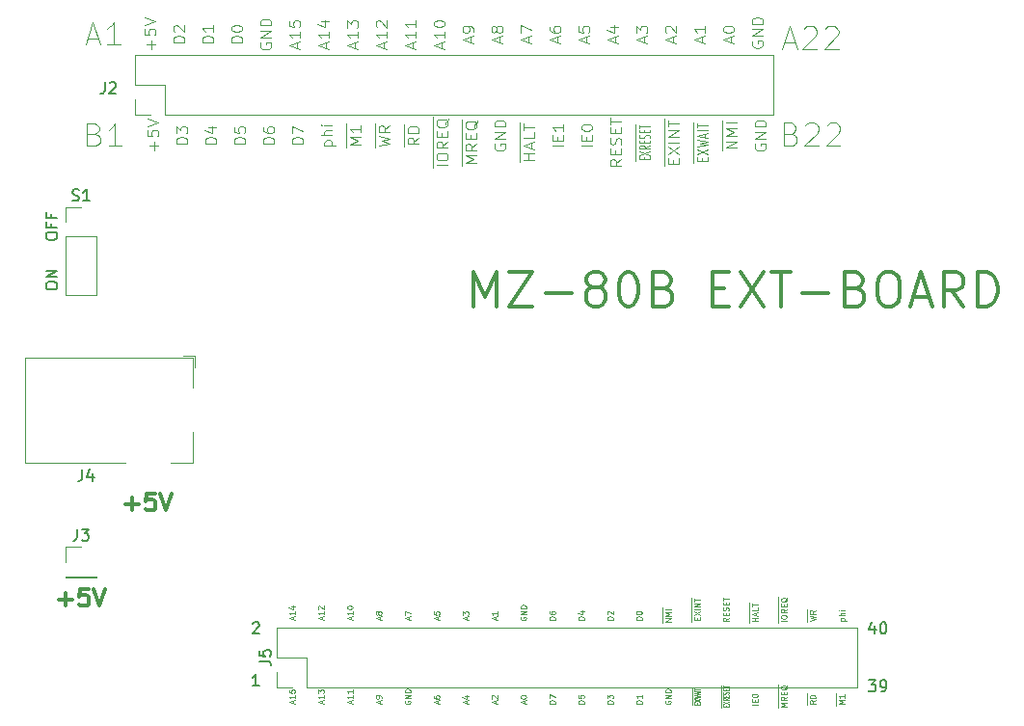
<source format=gto>
G04 #@! TF.GenerationSoftware,KiCad,Pcbnew,(5.1.9)-1*
G04 #@! TF.CreationDate,2022-09-16T10:06:17+09:00*
G04 #@! TF.ProjectId,mz-80b,6d7a2d38-3062-42e6-9b69-6361645f7063,rev?*
G04 #@! TF.SameCoordinates,PX2faf080PY93d1cc0*
G04 #@! TF.FileFunction,Legend,Top*
G04 #@! TF.FilePolarity,Positive*
%FSLAX46Y46*%
G04 Gerber Fmt 4.6, Leading zero omitted, Abs format (unit mm)*
G04 Created by KiCad (PCBNEW (5.1.9)-1) date 2022-09-16 10:06:17*
%MOMM*%
%LPD*%
G01*
G04 APERTURE LIST*
%ADD10C,0.150000*%
%ADD11C,0.300000*%
%ADD12C,0.100000*%
%ADD13C,0.030000*%
%ADD14C,0.120000*%
G04 APERTURE END LIST*
D10*
X1992380Y36862143D02*
X1992380Y37052620D01*
X2040000Y37147858D01*
X2135238Y37243096D01*
X2325714Y37290715D01*
X2659047Y37290715D01*
X2849523Y37243096D01*
X2944761Y37147858D01*
X2992380Y37052620D01*
X2992380Y36862143D01*
X2944761Y36766905D01*
X2849523Y36671667D01*
X2659047Y36624048D01*
X2325714Y36624048D01*
X2135238Y36671667D01*
X2040000Y36766905D01*
X1992380Y36862143D01*
X2992380Y37719286D02*
X1992380Y37719286D01*
X2992380Y38290715D01*
X1992380Y38290715D01*
X1992380Y41243096D02*
X1992380Y41433572D01*
X2040000Y41528810D01*
X2135238Y41624048D01*
X2325714Y41671667D01*
X2659047Y41671667D01*
X2849523Y41624048D01*
X2944761Y41528810D01*
X2992380Y41433572D01*
X2992380Y41243096D01*
X2944761Y41147858D01*
X2849523Y41052620D01*
X2659047Y41005000D01*
X2325714Y41005000D01*
X2135238Y41052620D01*
X2040000Y41147858D01*
X1992380Y41243096D01*
X2468571Y42433572D02*
X2468571Y42100239D01*
X2992380Y42100239D02*
X1992380Y42100239D01*
X1992380Y42576429D01*
X2468571Y43290715D02*
X2468571Y42957381D01*
X2992380Y42957381D02*
X1992380Y42957381D01*
X1992380Y43433572D01*
D11*
X3151428Y9417858D02*
X4294285Y9417858D01*
X3722857Y8846429D02*
X3722857Y9989286D01*
X5722857Y10346429D02*
X5008571Y10346429D01*
X4937142Y9632143D01*
X5008571Y9703572D01*
X5151428Y9775000D01*
X5508571Y9775000D01*
X5651428Y9703572D01*
X5722857Y9632143D01*
X5794285Y9489286D01*
X5794285Y9132143D01*
X5722857Y8989286D01*
X5651428Y8917858D01*
X5508571Y8846429D01*
X5151428Y8846429D01*
X5008571Y8917858D01*
X4937142Y8989286D01*
X6222857Y10346429D02*
X6722857Y8846429D01*
X7222857Y10346429D01*
D12*
X71774857Y7548620D02*
X72274857Y7548620D01*
X71798666Y7548620D02*
X71774857Y7596239D01*
X71774857Y7691477D01*
X71798666Y7739096D01*
X71822476Y7762905D01*
X71870095Y7786715D01*
X72012952Y7786715D01*
X72060571Y7762905D01*
X72084380Y7739096D01*
X72108190Y7691477D01*
X72108190Y7596239D01*
X72084380Y7548620D01*
X72108190Y8001000D02*
X71608190Y8001000D01*
X72108190Y8215286D02*
X71846285Y8215286D01*
X71798666Y8191477D01*
X71774857Y8143858D01*
X71774857Y8072429D01*
X71798666Y8024810D01*
X71822476Y8001000D01*
X72108190Y8453381D02*
X71774857Y8453381D01*
X71608190Y8453381D02*
X71632000Y8429572D01*
X71655809Y8453381D01*
X71632000Y8477191D01*
X71608190Y8453381D01*
X71655809Y8453381D01*
X26455714Y49260239D02*
X27455714Y49260239D01*
X26503333Y49260239D02*
X26455714Y49355477D01*
X26455714Y49545953D01*
X26503333Y49641191D01*
X26550952Y49688810D01*
X26646190Y49736429D01*
X26931904Y49736429D01*
X27027142Y49688810D01*
X27074761Y49641191D01*
X27122380Y49545953D01*
X27122380Y49355477D01*
X27074761Y49260239D01*
X27122380Y50165000D02*
X26122380Y50165000D01*
X27122380Y50593572D02*
X26598571Y50593572D01*
X26503333Y50545953D01*
X26455714Y50450715D01*
X26455714Y50307858D01*
X26503333Y50212620D01*
X26550952Y50165000D01*
X27122380Y51069762D02*
X26455714Y51069762D01*
X26122380Y51069762D02*
X26170000Y51022143D01*
X26217619Y51069762D01*
X26170000Y51117381D01*
X26122380Y51069762D01*
X26217619Y51069762D01*
D10*
X74771285Y7072286D02*
X74771285Y6405620D01*
X74533190Y7453239D02*
X74295095Y6738953D01*
X74914142Y6738953D01*
X75485571Y7405620D02*
X75580809Y7405620D01*
X75676047Y7358000D01*
X75723666Y7310381D01*
X75771285Y7215143D01*
X75818904Y7024667D01*
X75818904Y6786572D01*
X75771285Y6596096D01*
X75723666Y6500858D01*
X75676047Y6453239D01*
X75580809Y6405620D01*
X75485571Y6405620D01*
X75390333Y6453239D01*
X75342714Y6500858D01*
X75295095Y6596096D01*
X75247476Y6786572D01*
X75247476Y7024667D01*
X75295095Y7215143D01*
X75342714Y7310381D01*
X75390333Y7358000D01*
X75485571Y7405620D01*
X74247476Y2325620D02*
X74866523Y2325620D01*
X74533190Y1944667D01*
X74676047Y1944667D01*
X74771285Y1897048D01*
X74818904Y1849429D01*
X74866523Y1754191D01*
X74866523Y1516096D01*
X74818904Y1420858D01*
X74771285Y1373239D01*
X74676047Y1325620D01*
X74390333Y1325620D01*
X74295095Y1373239D01*
X74247476Y1420858D01*
X75342714Y1325620D02*
X75533190Y1325620D01*
X75628428Y1373239D01*
X75676047Y1420858D01*
X75771285Y1563715D01*
X75818904Y1754191D01*
X75818904Y2135143D01*
X75771285Y2230381D01*
X75723666Y2278000D01*
X75628428Y2325620D01*
X75437952Y2325620D01*
X75342714Y2278000D01*
X75295095Y2230381D01*
X75247476Y2135143D01*
X75247476Y1897048D01*
X75295095Y1801810D01*
X75342714Y1754191D01*
X75437952Y1706572D01*
X75628428Y1706572D01*
X75723666Y1754191D01*
X75771285Y1801810D01*
X75818904Y1897048D01*
X20161285Y7310381D02*
X20208904Y7358000D01*
X20304142Y7405620D01*
X20542238Y7405620D01*
X20637476Y7358000D01*
X20685095Y7310381D01*
X20732714Y7215143D01*
X20732714Y7119905D01*
X20685095Y6977048D01*
X20113666Y6405620D01*
X20732714Y6405620D01*
X20732714Y1833620D02*
X20161285Y1833620D01*
X20447000Y1833620D02*
X20447000Y2833620D01*
X20351761Y2690762D01*
X20256523Y2595524D01*
X20161285Y2547905D01*
D11*
X8993428Y17799858D02*
X10136285Y17799858D01*
X9564857Y17228429D02*
X9564857Y18371286D01*
X11564857Y18728429D02*
X10850571Y18728429D01*
X10779142Y18014143D01*
X10850571Y18085572D01*
X10993428Y18157000D01*
X11350571Y18157000D01*
X11493428Y18085572D01*
X11564857Y18014143D01*
X11636285Y17871286D01*
X11636285Y17514143D01*
X11564857Y17371286D01*
X11493428Y17299858D01*
X11350571Y17228429D01*
X10993428Y17228429D01*
X10850571Y17299858D01*
X10779142Y17371286D01*
X12064857Y18728429D02*
X12564857Y17228429D01*
X13064857Y18728429D01*
D12*
X6273976Y50273358D02*
X6559690Y50178120D01*
X6654928Y50082881D01*
X6750166Y49892405D01*
X6750166Y49606691D01*
X6654928Y49416215D01*
X6559690Y49320977D01*
X6369214Y49225739D01*
X5607309Y49225739D01*
X5607309Y51225739D01*
X6273976Y51225739D01*
X6464452Y51130500D01*
X6559690Y51035262D01*
X6654928Y50844786D01*
X6654928Y50654310D01*
X6559690Y50463834D01*
X6464452Y50368596D01*
X6273976Y50273358D01*
X5607309Y50273358D01*
X8654928Y49225739D02*
X7512071Y49225739D01*
X8083500Y49225739D02*
X8083500Y51225739D01*
X7893023Y50940024D01*
X7702547Y50749548D01*
X7512071Y50654310D01*
X5654928Y58687167D02*
X6607309Y58687167D01*
X5464452Y58115739D02*
X6131119Y60115739D01*
X6797785Y58115739D01*
X8512071Y58115739D02*
X7369214Y58115739D01*
X7940642Y58115739D02*
X7940642Y60115739D01*
X7750166Y59830024D01*
X7559690Y59639548D01*
X7369214Y59544310D01*
X67453095Y50307858D02*
X67738809Y50212620D01*
X67834047Y50117381D01*
X67929285Y49926905D01*
X67929285Y49641191D01*
X67834047Y49450715D01*
X67738809Y49355477D01*
X67548333Y49260239D01*
X66786428Y49260239D01*
X66786428Y51260239D01*
X67453095Y51260239D01*
X67643571Y51165000D01*
X67738809Y51069762D01*
X67834047Y50879286D01*
X67834047Y50688810D01*
X67738809Y50498334D01*
X67643571Y50403096D01*
X67453095Y50307858D01*
X66786428Y50307858D01*
X68691190Y51069762D02*
X68786428Y51165000D01*
X68976904Y51260239D01*
X69453095Y51260239D01*
X69643571Y51165000D01*
X69738809Y51069762D01*
X69834047Y50879286D01*
X69834047Y50688810D01*
X69738809Y50403096D01*
X68595952Y49260239D01*
X69834047Y49260239D01*
X70595952Y51069762D02*
X70691190Y51165000D01*
X70881666Y51260239D01*
X71357857Y51260239D01*
X71548333Y51165000D01*
X71643571Y51069762D01*
X71738809Y50879286D01*
X71738809Y50688810D01*
X71643571Y50403096D01*
X70500714Y49260239D01*
X71738809Y49260239D01*
X66834047Y58306167D02*
X67786428Y58306167D01*
X66643571Y57734739D02*
X67310238Y59734739D01*
X67976904Y57734739D01*
X68548333Y59544262D02*
X68643571Y59639500D01*
X68834047Y59734739D01*
X69310238Y59734739D01*
X69500714Y59639500D01*
X69595952Y59544262D01*
X69691190Y59353786D01*
X69691190Y59163310D01*
X69595952Y58877596D01*
X68453095Y57734739D01*
X69691190Y57734739D01*
X70453095Y59544262D02*
X70548333Y59639500D01*
X70738809Y59734739D01*
X71215000Y59734739D01*
X71405476Y59639500D01*
X71500714Y59544262D01*
X71595952Y59353786D01*
X71595952Y59163310D01*
X71500714Y58877596D01*
X70357857Y57734739D01*
X71595952Y57734739D01*
X33532000Y508048D02*
X33508190Y460429D01*
X33508190Y389000D01*
X33532000Y317572D01*
X33579619Y269953D01*
X33627238Y246143D01*
X33722476Y222334D01*
X33793904Y222334D01*
X33889142Y246143D01*
X33936761Y269953D01*
X33984380Y317572D01*
X34008190Y389000D01*
X34008190Y436620D01*
X33984380Y508048D01*
X33960571Y531858D01*
X33793904Y531858D01*
X33793904Y436620D01*
X34008190Y746143D02*
X33508190Y746143D01*
X34008190Y1031858D01*
X33508190Y1031858D01*
X34008190Y1269953D02*
X33508190Y1269953D01*
X33508190Y1389000D01*
X33532000Y1460429D01*
X33579619Y1508048D01*
X33627238Y1531858D01*
X33722476Y1555667D01*
X33793904Y1555667D01*
X33889142Y1531858D01*
X33936761Y1508048D01*
X33984380Y1460429D01*
X34008190Y1389000D01*
X34008190Y1269953D01*
X71392000Y111191D02*
X71392000Y682620D01*
X72108190Y230239D02*
X71608190Y230239D01*
X71965333Y396905D01*
X71608190Y563572D01*
X72108190Y563572D01*
X71392000Y682620D02*
X71392000Y1158810D01*
X72108190Y1063572D02*
X72108190Y777858D01*
X72108190Y920715D02*
X71608190Y920715D01*
X71679619Y873096D01*
X71727238Y825477D01*
X71751047Y777858D01*
X46708190Y7631953D02*
X46208190Y7631953D01*
X46208190Y7751000D01*
X46232000Y7822429D01*
X46279619Y7870048D01*
X46327238Y7893858D01*
X46422476Y7917667D01*
X46493904Y7917667D01*
X46589142Y7893858D01*
X46636761Y7870048D01*
X46684380Y7822429D01*
X46708190Y7751000D01*
X46708190Y7631953D01*
X46208190Y8346239D02*
X46208190Y8251000D01*
X46232000Y8203381D01*
X46255809Y8179572D01*
X46327238Y8131953D01*
X46422476Y8108143D01*
X46612952Y8108143D01*
X46660571Y8131953D01*
X46684380Y8155762D01*
X46708190Y8203381D01*
X46708190Y8298620D01*
X46684380Y8346239D01*
X46660571Y8370048D01*
X46612952Y8393858D01*
X46493904Y8393858D01*
X46446285Y8370048D01*
X46422476Y8346239D01*
X46398666Y8298620D01*
X46398666Y8203381D01*
X46422476Y8155762D01*
X46446285Y8131953D01*
X46493904Y8108143D01*
X43692000Y7874048D02*
X43668190Y7826429D01*
X43668190Y7755000D01*
X43692000Y7683572D01*
X43739619Y7635953D01*
X43787238Y7612143D01*
X43882476Y7588334D01*
X43953904Y7588334D01*
X44049142Y7612143D01*
X44096761Y7635953D01*
X44144380Y7683572D01*
X44168190Y7755000D01*
X44168190Y7802620D01*
X44144380Y7874048D01*
X44120571Y7897858D01*
X43953904Y7897858D01*
X43953904Y7802620D01*
X44168190Y8112143D02*
X43668190Y8112143D01*
X44168190Y8397858D01*
X43668190Y8397858D01*
X44168190Y8635953D02*
X43668190Y8635953D01*
X43668190Y8755000D01*
X43692000Y8826429D01*
X43739619Y8874048D01*
X43787238Y8897858D01*
X43882476Y8921667D01*
X43953904Y8921667D01*
X44049142Y8897858D01*
X44096761Y8874048D01*
X44144380Y8826429D01*
X44168190Y8755000D01*
X44168190Y8635953D01*
D13*
X58783000Y124715D02*
X58783000Y396143D01*
X59146285Y196143D02*
X59146285Y296143D01*
X59408190Y339000D02*
X59408190Y196143D01*
X58908190Y196143D01*
X58908190Y339000D01*
X58783000Y396143D02*
X58783000Y681858D01*
X58908190Y439000D02*
X59408190Y639000D01*
X58908190Y639000D02*
X59408190Y439000D01*
X58783000Y681858D02*
X58783000Y1024715D01*
X58908190Y724715D02*
X59408190Y796143D01*
X59051047Y853286D01*
X59408190Y910429D01*
X58908190Y981858D01*
X58783000Y1024715D02*
X58783000Y1281858D01*
X59265333Y1081858D02*
X59265333Y1224715D01*
X59408190Y1053286D02*
X58908190Y1153286D01*
X59408190Y1253286D01*
X58783000Y1281858D02*
X58783000Y1424715D01*
X59408190Y1353286D02*
X58908190Y1353286D01*
X58783000Y1424715D02*
X58783000Y1653286D01*
X58908190Y1453286D02*
X58908190Y1624715D01*
X59408190Y1539000D02*
X58908190Y1539000D01*
D12*
X68852000Y7465286D02*
X68852000Y8036715D01*
X69068190Y7536715D02*
X69568190Y7655762D01*
X69211047Y7751000D01*
X69568190Y7846239D01*
X69068190Y7965286D01*
X68852000Y8036715D02*
X68852000Y8536715D01*
X69568190Y8441477D02*
X69330095Y8274810D01*
X69568190Y8155762D02*
X69068190Y8155762D01*
X69068190Y8346239D01*
X69092000Y8393858D01*
X69115809Y8417667D01*
X69163428Y8441477D01*
X69234857Y8441477D01*
X69282476Y8417667D01*
X69306285Y8393858D01*
X69330095Y8346239D01*
X69330095Y8155762D01*
X61948190Y7782810D02*
X61710095Y7616143D01*
X61948190Y7497096D02*
X61448190Y7497096D01*
X61448190Y7687572D01*
X61472000Y7735191D01*
X61495809Y7759000D01*
X61543428Y7782810D01*
X61614857Y7782810D01*
X61662476Y7759000D01*
X61686285Y7735191D01*
X61710095Y7687572D01*
X61710095Y7497096D01*
X61686285Y7997096D02*
X61686285Y8163762D01*
X61948190Y8235191D02*
X61948190Y7997096D01*
X61448190Y7997096D01*
X61448190Y8235191D01*
X61924380Y8425667D02*
X61948190Y8497096D01*
X61948190Y8616143D01*
X61924380Y8663762D01*
X61900571Y8687572D01*
X61852952Y8711381D01*
X61805333Y8711381D01*
X61757714Y8687572D01*
X61733904Y8663762D01*
X61710095Y8616143D01*
X61686285Y8520905D01*
X61662476Y8473286D01*
X61638666Y8449477D01*
X61591047Y8425667D01*
X61543428Y8425667D01*
X61495809Y8449477D01*
X61472000Y8473286D01*
X61448190Y8520905D01*
X61448190Y8639953D01*
X61472000Y8711381D01*
X61686285Y8925667D02*
X61686285Y9092334D01*
X61948190Y9163762D02*
X61948190Y8925667D01*
X61448190Y8925667D01*
X61448190Y9163762D01*
X61448190Y9306620D02*
X61448190Y9592334D01*
X61948190Y9449477D02*
X61448190Y9449477D01*
X58692000Y7473286D02*
X58692000Y7925667D01*
X59146285Y7592334D02*
X59146285Y7759000D01*
X59408190Y7830429D02*
X59408190Y7592334D01*
X58908190Y7592334D01*
X58908190Y7830429D01*
X58692000Y7925667D02*
X58692000Y8401858D01*
X58908190Y7997096D02*
X59408190Y8330429D01*
X58908190Y8330429D02*
X59408190Y7997096D01*
X58692000Y8401858D02*
X58692000Y8639953D01*
X59408190Y8520905D02*
X58908190Y8520905D01*
X58692000Y8639953D02*
X58692000Y9163762D01*
X59408190Y8759000D02*
X58908190Y8759000D01*
X59408190Y9044715D01*
X58908190Y9044715D01*
X58692000Y9163762D02*
X58692000Y9544715D01*
X58908190Y9211381D02*
X58908190Y9497096D01*
X59408190Y9354239D02*
X58908190Y9354239D01*
D13*
X61323000Y-68142D02*
X61323000Y203286D01*
X61686285Y3286D02*
X61686285Y103286D01*
X61948190Y146143D02*
X61948190Y3286D01*
X61448190Y3286D01*
X61448190Y146143D01*
X61323000Y203286D02*
X61323000Y489000D01*
X61448190Y246143D02*
X61948190Y446143D01*
X61448190Y446143D02*
X61948190Y246143D01*
X61323000Y489000D02*
X61323000Y789000D01*
X61948190Y731858D02*
X61710095Y631858D01*
X61948190Y560429D02*
X61448190Y560429D01*
X61448190Y674715D01*
X61472000Y703286D01*
X61495809Y717572D01*
X61543428Y731858D01*
X61614857Y731858D01*
X61662476Y717572D01*
X61686285Y703286D01*
X61710095Y674715D01*
X61710095Y560429D01*
X61323000Y789000D02*
X61323000Y1060429D01*
X61686285Y860429D02*
X61686285Y960429D01*
X61948190Y1003286D02*
X61948190Y860429D01*
X61448190Y860429D01*
X61448190Y1003286D01*
X61323000Y1060429D02*
X61323000Y1346143D01*
X61924380Y1117572D02*
X61948190Y1160429D01*
X61948190Y1231858D01*
X61924380Y1260429D01*
X61900571Y1274715D01*
X61852952Y1289000D01*
X61805333Y1289000D01*
X61757714Y1274715D01*
X61733904Y1260429D01*
X61710095Y1231858D01*
X61686285Y1174715D01*
X61662476Y1146143D01*
X61638666Y1131858D01*
X61591047Y1117572D01*
X61543428Y1117572D01*
X61495809Y1131858D01*
X61472000Y1146143D01*
X61448190Y1174715D01*
X61448190Y1246143D01*
X61472000Y1289000D01*
X61323000Y1346143D02*
X61323000Y1617572D01*
X61686285Y1417572D02*
X61686285Y1517572D01*
X61948190Y1560429D02*
X61948190Y1417572D01*
X61448190Y1417572D01*
X61448190Y1560429D01*
X61323000Y1617572D02*
X61323000Y1846143D01*
X61448190Y1646143D02*
X61448190Y1817572D01*
X61948190Y1731858D02*
X61448190Y1731858D01*
D12*
X46708190Y265953D02*
X46208190Y265953D01*
X46208190Y385000D01*
X46232000Y456429D01*
X46279619Y504048D01*
X46327238Y527858D01*
X46422476Y551667D01*
X46493904Y551667D01*
X46589142Y527858D01*
X46636761Y504048D01*
X46684380Y456429D01*
X46708190Y385000D01*
X46708190Y265953D01*
X46208190Y718334D02*
X46208190Y1051667D01*
X46708190Y837381D01*
X51788190Y265953D02*
X51288190Y265953D01*
X51288190Y385000D01*
X51312000Y456429D01*
X51359619Y504048D01*
X51407238Y527858D01*
X51502476Y551667D01*
X51573904Y551667D01*
X51669142Y527858D01*
X51716761Y504048D01*
X51764380Y456429D01*
X51788190Y385000D01*
X51788190Y265953D01*
X51288190Y718334D02*
X51288190Y1027858D01*
X51478666Y861191D01*
X51478666Y932620D01*
X51502476Y980239D01*
X51526285Y1004048D01*
X51573904Y1027858D01*
X51692952Y1027858D01*
X51740571Y1004048D01*
X51764380Y980239D01*
X51788190Y932620D01*
X51788190Y789762D01*
X51764380Y742143D01*
X51740571Y718334D01*
X49248190Y265953D02*
X48748190Y265953D01*
X48748190Y385000D01*
X48772000Y456429D01*
X48819619Y504048D01*
X48867238Y527858D01*
X48962476Y551667D01*
X49033904Y551667D01*
X49129142Y527858D01*
X49176761Y504048D01*
X49224380Y456429D01*
X49248190Y385000D01*
X49248190Y265953D01*
X48748190Y1004048D02*
X48748190Y765953D01*
X48986285Y742143D01*
X48962476Y765953D01*
X48938666Y813572D01*
X48938666Y932620D01*
X48962476Y980239D01*
X48986285Y1004048D01*
X49033904Y1027858D01*
X49152952Y1027858D01*
X49200571Y1004048D01*
X49224380Y980239D01*
X49248190Y932620D01*
X49248190Y813572D01*
X49224380Y765953D01*
X49200571Y742143D01*
X66312000Y7389953D02*
X66312000Y7628048D01*
X67028190Y7509000D02*
X66528190Y7509000D01*
X66312000Y7628048D02*
X66312000Y8151858D01*
X66528190Y7842334D02*
X66528190Y7937572D01*
X66552000Y7985191D01*
X66599619Y8032810D01*
X66694857Y8056620D01*
X66861523Y8056620D01*
X66956761Y8032810D01*
X67004380Y7985191D01*
X67028190Y7937572D01*
X67028190Y7842334D01*
X67004380Y7794715D01*
X66956761Y7747096D01*
X66861523Y7723286D01*
X66694857Y7723286D01*
X66599619Y7747096D01*
X66552000Y7794715D01*
X66528190Y7842334D01*
X66312000Y8151858D02*
X66312000Y8651858D01*
X67028190Y8556620D02*
X66790095Y8389953D01*
X67028190Y8270905D02*
X66528190Y8270905D01*
X66528190Y8461381D01*
X66552000Y8509000D01*
X66575809Y8532810D01*
X66623428Y8556620D01*
X66694857Y8556620D01*
X66742476Y8532810D01*
X66766285Y8509000D01*
X66790095Y8461381D01*
X66790095Y8270905D01*
X66312000Y8651858D02*
X66312000Y9104239D01*
X66766285Y8770905D02*
X66766285Y8937572D01*
X67028190Y9009000D02*
X67028190Y8770905D01*
X66528190Y8770905D01*
X66528190Y9009000D01*
X66312000Y9104239D02*
X66312000Y9628048D01*
X67075809Y9556620D02*
X67052000Y9509000D01*
X67004380Y9461381D01*
X66932952Y9389953D01*
X66909142Y9342334D01*
X66909142Y9294715D01*
X67028190Y9318524D02*
X67004380Y9270905D01*
X66956761Y9223286D01*
X66861523Y9199477D01*
X66694857Y9199477D01*
X66599619Y9223286D01*
X66552000Y9270905D01*
X66528190Y9318524D01*
X66528190Y9413762D01*
X66552000Y9461381D01*
X66599619Y9509000D01*
X66694857Y9532810D01*
X66861523Y9532810D01*
X66956761Y9509000D01*
X67004380Y9461381D01*
X67028190Y9413762D01*
X67028190Y9318524D01*
X49248190Y7631953D02*
X48748190Y7631953D01*
X48748190Y7751000D01*
X48772000Y7822429D01*
X48819619Y7870048D01*
X48867238Y7893858D01*
X48962476Y7917667D01*
X49033904Y7917667D01*
X49129142Y7893858D01*
X49176761Y7870048D01*
X49224380Y7822429D01*
X49248190Y7751000D01*
X49248190Y7631953D01*
X48914857Y8346239D02*
X49248190Y8346239D01*
X48724380Y8227191D02*
X49081523Y8108143D01*
X49081523Y8417667D01*
X63772000Y7385953D02*
X63772000Y7909762D01*
X64488190Y7505000D02*
X63988190Y7505000D01*
X64226285Y7505000D02*
X64226285Y7790715D01*
X64488190Y7790715D02*
X63988190Y7790715D01*
X63772000Y7909762D02*
X63772000Y8338334D01*
X64345333Y8005000D02*
X64345333Y8243096D01*
X64488190Y7957381D02*
X63988190Y8124048D01*
X64488190Y8290715D01*
X63772000Y8338334D02*
X63772000Y8743096D01*
X64488190Y8695477D02*
X64488190Y8457381D01*
X63988190Y8457381D01*
X63772000Y8743096D02*
X63772000Y9124048D01*
X63988190Y8790715D02*
X63988190Y9076429D01*
X64488190Y8933572D02*
X63988190Y8933572D01*
X66312000Y-134809D02*
X66312000Y436620D01*
X67028190Y-15761D02*
X66528190Y-15761D01*
X66885333Y150905D01*
X66528190Y317572D01*
X67028190Y317572D01*
X66312000Y436620D02*
X66312000Y936620D01*
X67028190Y841381D02*
X66790095Y674715D01*
X67028190Y555667D02*
X66528190Y555667D01*
X66528190Y746143D01*
X66552000Y793762D01*
X66575809Y817572D01*
X66623428Y841381D01*
X66694857Y841381D01*
X66742476Y817572D01*
X66766285Y793762D01*
X66790095Y746143D01*
X66790095Y555667D01*
X66312000Y936620D02*
X66312000Y1389000D01*
X66766285Y1055667D02*
X66766285Y1222334D01*
X67028190Y1293762D02*
X67028190Y1055667D01*
X66528190Y1055667D01*
X66528190Y1293762D01*
X66312000Y1389000D02*
X66312000Y1912810D01*
X67075809Y1841381D02*
X67052000Y1793762D01*
X67004380Y1746143D01*
X66932952Y1674715D01*
X66909142Y1627096D01*
X66909142Y1579477D01*
X67028190Y1603286D02*
X67004380Y1555667D01*
X66956761Y1508048D01*
X66861523Y1484239D01*
X66694857Y1484239D01*
X66599619Y1508048D01*
X66552000Y1555667D01*
X66528190Y1603286D01*
X66528190Y1698524D01*
X66552000Y1746143D01*
X66599619Y1793762D01*
X66694857Y1817572D01*
X66861523Y1817572D01*
X66956761Y1793762D01*
X67004380Y1746143D01*
X67028190Y1698524D01*
X67028190Y1603286D01*
X56152000Y7334334D02*
X56152000Y7858143D01*
X56868190Y7453381D02*
X56368190Y7453381D01*
X56868190Y7739096D01*
X56368190Y7739096D01*
X56152000Y7858143D02*
X56152000Y8429572D01*
X56868190Y7977191D02*
X56368190Y7977191D01*
X56725333Y8143858D01*
X56368190Y8310524D01*
X56868190Y8310524D01*
X56152000Y8429572D02*
X56152000Y8667667D01*
X56868190Y8548620D02*
X56368190Y8548620D01*
X68852000Y135000D02*
X68852000Y635000D01*
X69568190Y539762D02*
X69330095Y373096D01*
X69568190Y254048D02*
X69068190Y254048D01*
X69068190Y444524D01*
X69092000Y492143D01*
X69115809Y515953D01*
X69163428Y539762D01*
X69234857Y539762D01*
X69282476Y515953D01*
X69306285Y492143D01*
X69330095Y444524D01*
X69330095Y254048D01*
X68852000Y635000D02*
X68852000Y1135000D01*
X69568190Y754048D02*
X69068190Y754048D01*
X69068190Y873096D01*
X69092000Y944524D01*
X69139619Y992143D01*
X69187238Y1015953D01*
X69282476Y1039762D01*
X69353904Y1039762D01*
X69449142Y1015953D01*
X69496761Y992143D01*
X69544380Y944524D01*
X69568190Y873096D01*
X69568190Y754048D01*
X64488190Y170715D02*
X63988190Y170715D01*
X64226285Y408810D02*
X64226285Y575477D01*
X64488190Y646905D02*
X64488190Y408810D01*
X63988190Y408810D01*
X63988190Y646905D01*
X63988190Y956429D02*
X63988190Y1004048D01*
X64012000Y1051667D01*
X64035809Y1075477D01*
X64083428Y1099286D01*
X64178666Y1123096D01*
X64297714Y1123096D01*
X64392952Y1099286D01*
X64440571Y1075477D01*
X64464380Y1051667D01*
X64488190Y1004048D01*
X64488190Y956429D01*
X64464380Y908810D01*
X64440571Y885000D01*
X64392952Y861191D01*
X64297714Y837381D01*
X64178666Y837381D01*
X64083428Y861191D01*
X64035809Y885000D01*
X64012000Y908810D01*
X63988190Y956429D01*
X44025333Y277858D02*
X44025333Y515953D01*
X44168190Y230239D02*
X43668190Y396905D01*
X44168190Y563572D01*
X43668190Y825477D02*
X43668190Y873096D01*
X43692000Y920715D01*
X43715809Y944524D01*
X43763428Y968334D01*
X43858666Y992143D01*
X43977714Y992143D01*
X44072952Y968334D01*
X44120571Y944524D01*
X44144380Y920715D01*
X44168190Y873096D01*
X44168190Y825477D01*
X44144380Y777858D01*
X44120571Y754048D01*
X44072952Y730239D01*
X43977714Y706429D01*
X43858666Y706429D01*
X43763428Y730239D01*
X43715809Y754048D01*
X43692000Y777858D01*
X43668190Y825477D01*
X41485333Y7643858D02*
X41485333Y7881953D01*
X41628190Y7596239D02*
X41128190Y7762905D01*
X41628190Y7929572D01*
X41628190Y8358143D02*
X41628190Y8072429D01*
X41628190Y8215286D02*
X41128190Y8215286D01*
X41199619Y8167667D01*
X41247238Y8120048D01*
X41271047Y8072429D01*
X51788190Y7631953D02*
X51288190Y7631953D01*
X51288190Y7751000D01*
X51312000Y7822429D01*
X51359619Y7870048D01*
X51407238Y7893858D01*
X51502476Y7917667D01*
X51573904Y7917667D01*
X51669142Y7893858D01*
X51716761Y7870048D01*
X51764380Y7822429D01*
X51788190Y7751000D01*
X51788190Y7631953D01*
X51335809Y8108143D02*
X51312000Y8131953D01*
X51288190Y8179572D01*
X51288190Y8298620D01*
X51312000Y8346239D01*
X51335809Y8370048D01*
X51383428Y8393858D01*
X51431047Y8393858D01*
X51502476Y8370048D01*
X51788190Y8084334D01*
X51788190Y8393858D01*
X56392000Y508048D02*
X56368190Y460429D01*
X56368190Y389000D01*
X56392000Y317572D01*
X56439619Y269953D01*
X56487238Y246143D01*
X56582476Y222334D01*
X56653904Y222334D01*
X56749142Y246143D01*
X56796761Y269953D01*
X56844380Y317572D01*
X56868190Y389000D01*
X56868190Y436620D01*
X56844380Y508048D01*
X56820571Y531858D01*
X56653904Y531858D01*
X56653904Y436620D01*
X56868190Y746143D02*
X56368190Y746143D01*
X56868190Y1031858D01*
X56368190Y1031858D01*
X56868190Y1269953D02*
X56368190Y1269953D01*
X56368190Y1389000D01*
X56392000Y1460429D01*
X56439619Y1508048D01*
X56487238Y1531858D01*
X56582476Y1555667D01*
X56653904Y1555667D01*
X56749142Y1531858D01*
X56796761Y1508048D01*
X56844380Y1460429D01*
X56868190Y1389000D01*
X56868190Y1269953D01*
X38945333Y7643858D02*
X38945333Y7881953D01*
X39088190Y7596239D02*
X38588190Y7762905D01*
X39088190Y7929572D01*
X38588190Y8048620D02*
X38588190Y8358143D01*
X38778666Y8191477D01*
X38778666Y8262905D01*
X38802476Y8310524D01*
X38826285Y8334334D01*
X38873904Y8358143D01*
X38992952Y8358143D01*
X39040571Y8334334D01*
X39064380Y8310524D01*
X39088190Y8262905D01*
X39088190Y8120048D01*
X39064380Y8072429D01*
X39040571Y8048620D01*
X38945333Y277858D02*
X38945333Y515953D01*
X39088190Y230239D02*
X38588190Y396905D01*
X39088190Y563572D01*
X38754857Y944524D02*
X39088190Y944524D01*
X38564380Y825477D02*
X38921523Y706429D01*
X38921523Y1015953D01*
X41485333Y277858D02*
X41485333Y515953D01*
X41628190Y230239D02*
X41128190Y396905D01*
X41628190Y563572D01*
X41175809Y706429D02*
X41152000Y730239D01*
X41128190Y777858D01*
X41128190Y896905D01*
X41152000Y944524D01*
X41175809Y968334D01*
X41223428Y992143D01*
X41271047Y992143D01*
X41342476Y968334D01*
X41628190Y682620D01*
X41628190Y992143D01*
X36405333Y7643858D02*
X36405333Y7881953D01*
X36548190Y7596239D02*
X36048190Y7762905D01*
X36548190Y7929572D01*
X36048190Y8334334D02*
X36048190Y8096239D01*
X36286285Y8072429D01*
X36262476Y8096239D01*
X36238666Y8143858D01*
X36238666Y8262905D01*
X36262476Y8310524D01*
X36286285Y8334334D01*
X36333904Y8358143D01*
X36452952Y8358143D01*
X36500571Y8334334D01*
X36524380Y8310524D01*
X36548190Y8262905D01*
X36548190Y8143858D01*
X36524380Y8096239D01*
X36500571Y8072429D01*
X23705333Y293762D02*
X23705333Y531858D01*
X23848190Y246143D02*
X23348190Y412810D01*
X23848190Y579477D01*
X23848190Y1008048D02*
X23848190Y722334D01*
X23848190Y865191D02*
X23348190Y865191D01*
X23419619Y817572D01*
X23467238Y769953D01*
X23491047Y722334D01*
X23348190Y1460429D02*
X23348190Y1222334D01*
X23586285Y1198524D01*
X23562476Y1222334D01*
X23538666Y1269953D01*
X23538666Y1389000D01*
X23562476Y1436620D01*
X23586285Y1460429D01*
X23633904Y1484239D01*
X23752952Y1484239D01*
X23800571Y1460429D01*
X23824380Y1436620D01*
X23848190Y1389000D01*
X23848190Y1269953D01*
X23824380Y1222334D01*
X23800571Y1198524D01*
X31325333Y7643858D02*
X31325333Y7881953D01*
X31468190Y7596239D02*
X30968190Y7762905D01*
X31468190Y7929572D01*
X31182476Y8167667D02*
X31158666Y8120048D01*
X31134857Y8096239D01*
X31087238Y8072429D01*
X31063428Y8072429D01*
X31015809Y8096239D01*
X30992000Y8120048D01*
X30968190Y8167667D01*
X30968190Y8262905D01*
X30992000Y8310524D01*
X31015809Y8334334D01*
X31063428Y8358143D01*
X31087238Y8358143D01*
X31134857Y8334334D01*
X31158666Y8310524D01*
X31182476Y8262905D01*
X31182476Y8167667D01*
X31206285Y8120048D01*
X31230095Y8096239D01*
X31277714Y8072429D01*
X31372952Y8072429D01*
X31420571Y8096239D01*
X31444380Y8120048D01*
X31468190Y8167667D01*
X31468190Y8262905D01*
X31444380Y8310524D01*
X31420571Y8334334D01*
X31372952Y8358143D01*
X31277714Y8358143D01*
X31230095Y8334334D01*
X31206285Y8310524D01*
X31182476Y8262905D01*
X28785333Y7659762D02*
X28785333Y7897858D01*
X28928190Y7612143D02*
X28428190Y7778810D01*
X28928190Y7945477D01*
X28928190Y8374048D02*
X28928190Y8088334D01*
X28928190Y8231191D02*
X28428190Y8231191D01*
X28499619Y8183572D01*
X28547238Y8135953D01*
X28571047Y8088334D01*
X28428190Y8683572D02*
X28428190Y8731191D01*
X28452000Y8778810D01*
X28475809Y8802620D01*
X28523428Y8826429D01*
X28618666Y8850239D01*
X28737714Y8850239D01*
X28832952Y8826429D01*
X28880571Y8802620D01*
X28904380Y8778810D01*
X28928190Y8731191D01*
X28928190Y8683572D01*
X28904380Y8635953D01*
X28880571Y8612143D01*
X28832952Y8588334D01*
X28737714Y8564524D01*
X28618666Y8564524D01*
X28523428Y8588334D01*
X28475809Y8612143D01*
X28452000Y8635953D01*
X28428190Y8683572D01*
X31325333Y277858D02*
X31325333Y515953D01*
X31468190Y230239D02*
X30968190Y396905D01*
X31468190Y563572D01*
X31468190Y754048D02*
X31468190Y849286D01*
X31444380Y896905D01*
X31420571Y920715D01*
X31349142Y968334D01*
X31253904Y992143D01*
X31063428Y992143D01*
X31015809Y968334D01*
X30992000Y944524D01*
X30968190Y896905D01*
X30968190Y801667D01*
X30992000Y754048D01*
X31015809Y730239D01*
X31063428Y706429D01*
X31182476Y706429D01*
X31230095Y730239D01*
X31253904Y754048D01*
X31277714Y801667D01*
X31277714Y896905D01*
X31253904Y944524D01*
X31230095Y968334D01*
X31182476Y992143D01*
X54328190Y7631953D02*
X53828190Y7631953D01*
X53828190Y7751000D01*
X53852000Y7822429D01*
X53899619Y7870048D01*
X53947238Y7893858D01*
X54042476Y7917667D01*
X54113904Y7917667D01*
X54209142Y7893858D01*
X54256761Y7870048D01*
X54304380Y7822429D01*
X54328190Y7751000D01*
X54328190Y7631953D01*
X53828190Y8227191D02*
X53828190Y8274810D01*
X53852000Y8322429D01*
X53875809Y8346239D01*
X53923428Y8370048D01*
X54018666Y8393858D01*
X54137714Y8393858D01*
X54232952Y8370048D01*
X54280571Y8346239D01*
X54304380Y8322429D01*
X54328190Y8274810D01*
X54328190Y8227191D01*
X54304380Y8179572D01*
X54280571Y8155762D01*
X54232952Y8131953D01*
X54137714Y8108143D01*
X54018666Y8108143D01*
X53923428Y8131953D01*
X53875809Y8155762D01*
X53852000Y8179572D01*
X53828190Y8227191D01*
X26245333Y7659762D02*
X26245333Y7897858D01*
X26388190Y7612143D02*
X25888190Y7778810D01*
X26388190Y7945477D01*
X26388190Y8374048D02*
X26388190Y8088334D01*
X26388190Y8231191D02*
X25888190Y8231191D01*
X25959619Y8183572D01*
X26007238Y8135953D01*
X26031047Y8088334D01*
X25935809Y8564524D02*
X25912000Y8588334D01*
X25888190Y8635953D01*
X25888190Y8755000D01*
X25912000Y8802620D01*
X25935809Y8826429D01*
X25983428Y8850239D01*
X26031047Y8850239D01*
X26102476Y8826429D01*
X26388190Y8540715D01*
X26388190Y8850239D01*
X33865333Y7643858D02*
X33865333Y7881953D01*
X34008190Y7596239D02*
X33508190Y7762905D01*
X34008190Y7929572D01*
X33508190Y8048620D02*
X33508190Y8381953D01*
X34008190Y8167667D01*
X36405333Y277858D02*
X36405333Y515953D01*
X36548190Y230239D02*
X36048190Y396905D01*
X36548190Y563572D01*
X36048190Y944524D02*
X36048190Y849286D01*
X36072000Y801667D01*
X36095809Y777858D01*
X36167238Y730239D01*
X36262476Y706429D01*
X36452952Y706429D01*
X36500571Y730239D01*
X36524380Y754048D01*
X36548190Y801667D01*
X36548190Y896905D01*
X36524380Y944524D01*
X36500571Y968334D01*
X36452952Y992143D01*
X36333904Y992143D01*
X36286285Y968334D01*
X36262476Y944524D01*
X36238666Y896905D01*
X36238666Y801667D01*
X36262476Y754048D01*
X36286285Y730239D01*
X36333904Y706429D01*
X54328190Y265953D02*
X53828190Y265953D01*
X53828190Y385000D01*
X53852000Y456429D01*
X53899619Y504048D01*
X53947238Y527858D01*
X54042476Y551667D01*
X54113904Y551667D01*
X54209142Y527858D01*
X54256761Y504048D01*
X54304380Y456429D01*
X54328190Y385000D01*
X54328190Y265953D01*
X54328190Y1027858D02*
X54328190Y742143D01*
X54328190Y885000D02*
X53828190Y885000D01*
X53899619Y837381D01*
X53947238Y789762D01*
X53971047Y742143D01*
X28785333Y293762D02*
X28785333Y531858D01*
X28928190Y246143D02*
X28428190Y412810D01*
X28928190Y579477D01*
X28928190Y1008048D02*
X28928190Y722334D01*
X28928190Y865191D02*
X28428190Y865191D01*
X28499619Y817572D01*
X28547238Y769953D01*
X28571047Y722334D01*
X28928190Y1484239D02*
X28928190Y1198524D01*
X28928190Y1341381D02*
X28428190Y1341381D01*
X28499619Y1293762D01*
X28547238Y1246143D01*
X28571047Y1198524D01*
X23705333Y7659762D02*
X23705333Y7897858D01*
X23848190Y7612143D02*
X23348190Y7778810D01*
X23848190Y7945477D01*
X23848190Y8374048D02*
X23848190Y8088334D01*
X23848190Y8231191D02*
X23348190Y8231191D01*
X23419619Y8183572D01*
X23467238Y8135953D01*
X23491047Y8088334D01*
X23514857Y8802620D02*
X23848190Y8802620D01*
X23324380Y8683572D02*
X23681523Y8564524D01*
X23681523Y8874048D01*
X26245333Y293762D02*
X26245333Y531858D01*
X26388190Y246143D02*
X25888190Y412810D01*
X26388190Y579477D01*
X26388190Y1008048D02*
X26388190Y722334D01*
X26388190Y865191D02*
X25888190Y865191D01*
X25959619Y817572D01*
X26007238Y769953D01*
X26031047Y722334D01*
X25888190Y1174715D02*
X25888190Y1484239D01*
X26078666Y1317572D01*
X26078666Y1389000D01*
X26102476Y1436620D01*
X26126285Y1460429D01*
X26173904Y1484239D01*
X26292952Y1484239D01*
X26340571Y1460429D01*
X26364380Y1436620D01*
X26388190Y1389000D01*
X26388190Y1246143D01*
X26364380Y1198524D01*
X26340571Y1174715D01*
X64016000Y58420096D02*
X63968380Y58324858D01*
X63968380Y58182000D01*
X64016000Y58039143D01*
X64111238Y57943905D01*
X64206476Y57896286D01*
X64396952Y57848667D01*
X64539809Y57848667D01*
X64730285Y57896286D01*
X64825523Y57943905D01*
X64920761Y58039143D01*
X64968380Y58182000D01*
X64968380Y58277239D01*
X64920761Y58420096D01*
X64873142Y58467715D01*
X64539809Y58467715D01*
X64539809Y58277239D01*
X64968380Y58896286D02*
X63968380Y58896286D01*
X64968380Y59467715D01*
X63968380Y59467715D01*
X64968380Y59943905D02*
X63968380Y59943905D01*
X63968380Y60182000D01*
X64016000Y60324858D01*
X64111238Y60420096D01*
X64206476Y60467715D01*
X64396952Y60515334D01*
X64539809Y60515334D01*
X64730285Y60467715D01*
X64825523Y60420096D01*
X64920761Y60324858D01*
X64968380Y60182000D01*
X64968380Y59943905D01*
X62142666Y58340715D02*
X62142666Y58816905D01*
X62428380Y58245477D02*
X61428380Y58578810D01*
X62428380Y58912143D01*
X61428380Y59435953D02*
X61428380Y59531191D01*
X61476000Y59626429D01*
X61523619Y59674048D01*
X61618857Y59721667D01*
X61809333Y59769286D01*
X62047428Y59769286D01*
X62237904Y59721667D01*
X62333142Y59674048D01*
X62380761Y59626429D01*
X62428380Y59531191D01*
X62428380Y59435953D01*
X62380761Y59340715D01*
X62333142Y59293096D01*
X62237904Y59245477D01*
X62047428Y59197858D01*
X61809333Y59197858D01*
X61618857Y59245477D01*
X61523619Y59293096D01*
X61476000Y59340715D01*
X61428380Y59435953D01*
X59602666Y58340715D02*
X59602666Y58816905D01*
X59888380Y58245477D02*
X58888380Y58578810D01*
X59888380Y58912143D01*
X59888380Y59769286D02*
X59888380Y59197858D01*
X59888380Y59483572D02*
X58888380Y59483572D01*
X59031238Y59388334D01*
X59126476Y59293096D01*
X59174095Y59197858D01*
X57062666Y58340715D02*
X57062666Y58816905D01*
X57348380Y58245477D02*
X56348380Y58578810D01*
X57348380Y58912143D01*
X56443619Y59197858D02*
X56396000Y59245477D01*
X56348380Y59340715D01*
X56348380Y59578810D01*
X56396000Y59674048D01*
X56443619Y59721667D01*
X56538857Y59769286D01*
X56634095Y59769286D01*
X56776952Y59721667D01*
X57348380Y59150239D01*
X57348380Y59769286D01*
X54522666Y58340715D02*
X54522666Y58816905D01*
X54808380Y58245477D02*
X53808380Y58578810D01*
X54808380Y58912143D01*
X53808380Y59150239D02*
X53808380Y59769286D01*
X54189333Y59435953D01*
X54189333Y59578810D01*
X54236952Y59674048D01*
X54284571Y59721667D01*
X54379809Y59769286D01*
X54617904Y59769286D01*
X54713142Y59721667D01*
X54760761Y59674048D01*
X54808380Y59578810D01*
X54808380Y59293096D01*
X54760761Y59197858D01*
X54713142Y59150239D01*
X51982666Y58340715D02*
X51982666Y58816905D01*
X52268380Y58245477D02*
X51268380Y58578810D01*
X52268380Y58912143D01*
X51601714Y59674048D02*
X52268380Y59674048D01*
X51220761Y59435953D02*
X51935047Y59197858D01*
X51935047Y59816905D01*
X49442666Y58340715D02*
X49442666Y58816905D01*
X49728380Y58245477D02*
X48728380Y58578810D01*
X49728380Y58912143D01*
X48728380Y59721667D02*
X48728380Y59245477D01*
X49204571Y59197858D01*
X49156952Y59245477D01*
X49109333Y59340715D01*
X49109333Y59578810D01*
X49156952Y59674048D01*
X49204571Y59721667D01*
X49299809Y59769286D01*
X49537904Y59769286D01*
X49633142Y59721667D01*
X49680761Y59674048D01*
X49728380Y59578810D01*
X49728380Y59340715D01*
X49680761Y59245477D01*
X49633142Y59197858D01*
X46902666Y58340715D02*
X46902666Y58816905D01*
X47188380Y58245477D02*
X46188380Y58578810D01*
X47188380Y58912143D01*
X46188380Y59674048D02*
X46188380Y59483572D01*
X46236000Y59388334D01*
X46283619Y59340715D01*
X46426476Y59245477D01*
X46616952Y59197858D01*
X46997904Y59197858D01*
X47093142Y59245477D01*
X47140761Y59293096D01*
X47188380Y59388334D01*
X47188380Y59578810D01*
X47140761Y59674048D01*
X47093142Y59721667D01*
X46997904Y59769286D01*
X46759809Y59769286D01*
X46664571Y59721667D01*
X46616952Y59674048D01*
X46569333Y59578810D01*
X46569333Y59388334D01*
X46616952Y59293096D01*
X46664571Y59245477D01*
X46759809Y59197858D01*
X44362666Y58340715D02*
X44362666Y58816905D01*
X44648380Y58245477D02*
X43648380Y58578810D01*
X44648380Y58912143D01*
X43648380Y59150239D02*
X43648380Y59816905D01*
X44648380Y59388334D01*
X41822666Y58340715D02*
X41822666Y58816905D01*
X42108380Y58245477D02*
X41108380Y58578810D01*
X42108380Y58912143D01*
X41536952Y59388334D02*
X41489333Y59293096D01*
X41441714Y59245477D01*
X41346476Y59197858D01*
X41298857Y59197858D01*
X41203619Y59245477D01*
X41156000Y59293096D01*
X41108380Y59388334D01*
X41108380Y59578810D01*
X41156000Y59674048D01*
X41203619Y59721667D01*
X41298857Y59769286D01*
X41346476Y59769286D01*
X41441714Y59721667D01*
X41489333Y59674048D01*
X41536952Y59578810D01*
X41536952Y59388334D01*
X41584571Y59293096D01*
X41632190Y59245477D01*
X41727428Y59197858D01*
X41917904Y59197858D01*
X42013142Y59245477D01*
X42060761Y59293096D01*
X42108380Y59388334D01*
X42108380Y59578810D01*
X42060761Y59674048D01*
X42013142Y59721667D01*
X41917904Y59769286D01*
X41727428Y59769286D01*
X41632190Y59721667D01*
X41584571Y59674048D01*
X41536952Y59578810D01*
X39282666Y58340715D02*
X39282666Y58816905D01*
X39568380Y58245477D02*
X38568380Y58578810D01*
X39568380Y58912143D01*
X39568380Y59293096D02*
X39568380Y59483572D01*
X39520761Y59578810D01*
X39473142Y59626429D01*
X39330285Y59721667D01*
X39139809Y59769286D01*
X38758857Y59769286D01*
X38663619Y59721667D01*
X38616000Y59674048D01*
X38568380Y59578810D01*
X38568380Y59388334D01*
X38616000Y59293096D01*
X38663619Y59245477D01*
X38758857Y59197858D01*
X38996952Y59197858D01*
X39092190Y59245477D01*
X39139809Y59293096D01*
X39187428Y59388334D01*
X39187428Y59578810D01*
X39139809Y59674048D01*
X39092190Y59721667D01*
X38996952Y59769286D01*
X36742666Y57864524D02*
X36742666Y58340715D01*
X37028380Y57769286D02*
X36028380Y58102620D01*
X37028380Y58435953D01*
X37028380Y59293096D02*
X37028380Y58721667D01*
X37028380Y59007381D02*
X36028380Y59007381D01*
X36171238Y58912143D01*
X36266476Y58816905D01*
X36314095Y58721667D01*
X36028380Y59912143D02*
X36028380Y60007381D01*
X36076000Y60102620D01*
X36123619Y60150239D01*
X36218857Y60197858D01*
X36409333Y60245477D01*
X36647428Y60245477D01*
X36837904Y60197858D01*
X36933142Y60150239D01*
X36980761Y60102620D01*
X37028380Y60007381D01*
X37028380Y59912143D01*
X36980761Y59816905D01*
X36933142Y59769286D01*
X36837904Y59721667D01*
X36647428Y59674048D01*
X36409333Y59674048D01*
X36218857Y59721667D01*
X36123619Y59769286D01*
X36076000Y59816905D01*
X36028380Y59912143D01*
X34202666Y57864524D02*
X34202666Y58340715D01*
X34488380Y57769286D02*
X33488380Y58102620D01*
X34488380Y58435953D01*
X34488380Y59293096D02*
X34488380Y58721667D01*
X34488380Y59007381D02*
X33488380Y59007381D01*
X33631238Y58912143D01*
X33726476Y58816905D01*
X33774095Y58721667D01*
X34488380Y60245477D02*
X34488380Y59674048D01*
X34488380Y59959762D02*
X33488380Y59959762D01*
X33631238Y59864524D01*
X33726476Y59769286D01*
X33774095Y59674048D01*
X31662666Y57864524D02*
X31662666Y58340715D01*
X31948380Y57769286D02*
X30948380Y58102620D01*
X31948380Y58435953D01*
X31948380Y59293096D02*
X31948380Y58721667D01*
X31948380Y59007381D02*
X30948380Y59007381D01*
X31091238Y58912143D01*
X31186476Y58816905D01*
X31234095Y58721667D01*
X31043619Y59674048D02*
X30996000Y59721667D01*
X30948380Y59816905D01*
X30948380Y60055000D01*
X30996000Y60150239D01*
X31043619Y60197858D01*
X31138857Y60245477D01*
X31234095Y60245477D01*
X31376952Y60197858D01*
X31948380Y59626429D01*
X31948380Y60245477D01*
X29122666Y57864524D02*
X29122666Y58340715D01*
X29408380Y57769286D02*
X28408380Y58102620D01*
X29408380Y58435953D01*
X29408380Y59293096D02*
X29408380Y58721667D01*
X29408380Y59007381D02*
X28408380Y59007381D01*
X28551238Y58912143D01*
X28646476Y58816905D01*
X28694095Y58721667D01*
X28408380Y59626429D02*
X28408380Y60245477D01*
X28789333Y59912143D01*
X28789333Y60055000D01*
X28836952Y60150239D01*
X28884571Y60197858D01*
X28979809Y60245477D01*
X29217904Y60245477D01*
X29313142Y60197858D01*
X29360761Y60150239D01*
X29408380Y60055000D01*
X29408380Y59769286D01*
X29360761Y59674048D01*
X29313142Y59626429D01*
X26582666Y57864524D02*
X26582666Y58340715D01*
X26868380Y57769286D02*
X25868380Y58102620D01*
X26868380Y58435953D01*
X26868380Y59293096D02*
X26868380Y58721667D01*
X26868380Y59007381D02*
X25868380Y59007381D01*
X26011238Y58912143D01*
X26106476Y58816905D01*
X26154095Y58721667D01*
X26201714Y60150239D02*
X26868380Y60150239D01*
X25820761Y59912143D02*
X26535047Y59674048D01*
X26535047Y60293096D01*
X24042666Y57864524D02*
X24042666Y58340715D01*
X24328380Y57769286D02*
X23328380Y58102620D01*
X24328380Y58435953D01*
X24328380Y59293096D02*
X24328380Y58721667D01*
X24328380Y59007381D02*
X23328380Y59007381D01*
X23471238Y58912143D01*
X23566476Y58816905D01*
X23614095Y58721667D01*
X23328380Y60197858D02*
X23328380Y59721667D01*
X23804571Y59674048D01*
X23756952Y59721667D01*
X23709333Y59816905D01*
X23709333Y60055000D01*
X23756952Y60150239D01*
X23804571Y60197858D01*
X23899809Y60245477D01*
X24137904Y60245477D01*
X24233142Y60197858D01*
X24280761Y60150239D01*
X24328380Y60055000D01*
X24328380Y59816905D01*
X24280761Y59721667D01*
X24233142Y59674048D01*
X20836000Y58293096D02*
X20788380Y58197858D01*
X20788380Y58055000D01*
X20836000Y57912143D01*
X20931238Y57816905D01*
X21026476Y57769286D01*
X21216952Y57721667D01*
X21359809Y57721667D01*
X21550285Y57769286D01*
X21645523Y57816905D01*
X21740761Y57912143D01*
X21788380Y58055000D01*
X21788380Y58150239D01*
X21740761Y58293096D01*
X21693142Y58340715D01*
X21359809Y58340715D01*
X21359809Y58150239D01*
X21788380Y58769286D02*
X20788380Y58769286D01*
X21788380Y59340715D01*
X20788380Y59340715D01*
X21788380Y59816905D02*
X20788380Y59816905D01*
X20788380Y60055000D01*
X20836000Y60197858D01*
X20931238Y60293096D01*
X21026476Y60340715D01*
X21216952Y60388334D01*
X21359809Y60388334D01*
X21550285Y60340715D01*
X21645523Y60293096D01*
X21740761Y60197858D01*
X21788380Y60055000D01*
X21788380Y59816905D01*
X19248380Y58316905D02*
X18248380Y58316905D01*
X18248380Y58555000D01*
X18296000Y58697858D01*
X18391238Y58793096D01*
X18486476Y58840715D01*
X18676952Y58888334D01*
X18819809Y58888334D01*
X19010285Y58840715D01*
X19105523Y58793096D01*
X19200761Y58697858D01*
X19248380Y58555000D01*
X19248380Y58316905D01*
X18248380Y59507381D02*
X18248380Y59602620D01*
X18296000Y59697858D01*
X18343619Y59745477D01*
X18438857Y59793096D01*
X18629333Y59840715D01*
X18867428Y59840715D01*
X19057904Y59793096D01*
X19153142Y59745477D01*
X19200761Y59697858D01*
X19248380Y59602620D01*
X19248380Y59507381D01*
X19200761Y59412143D01*
X19153142Y59364524D01*
X19057904Y59316905D01*
X18867428Y59269286D01*
X18629333Y59269286D01*
X18438857Y59316905D01*
X18343619Y59364524D01*
X18296000Y59412143D01*
X18248380Y59507381D01*
X16708380Y58316905D02*
X15708380Y58316905D01*
X15708380Y58555000D01*
X15756000Y58697858D01*
X15851238Y58793096D01*
X15946476Y58840715D01*
X16136952Y58888334D01*
X16279809Y58888334D01*
X16470285Y58840715D01*
X16565523Y58793096D01*
X16660761Y58697858D01*
X16708380Y58555000D01*
X16708380Y58316905D01*
X16708380Y59840715D02*
X16708380Y59269286D01*
X16708380Y59555000D02*
X15708380Y59555000D01*
X15851238Y59459762D01*
X15946476Y59364524D01*
X15994095Y59269286D01*
X11247428Y57769286D02*
X11247428Y58531191D01*
X11628380Y58150239D02*
X10866476Y58150239D01*
X10628380Y59483572D02*
X10628380Y59007381D01*
X11104571Y58959762D01*
X11056952Y59007381D01*
X11009333Y59102620D01*
X11009333Y59340715D01*
X11056952Y59435953D01*
X11104571Y59483572D01*
X11199809Y59531191D01*
X11437904Y59531191D01*
X11533142Y59483572D01*
X11580761Y59435953D01*
X11628380Y59340715D01*
X11628380Y59102620D01*
X11580761Y59007381D01*
X11533142Y58959762D01*
X10628380Y59816905D02*
X11628380Y60150239D01*
X10628380Y60483572D01*
X14168380Y58316905D02*
X13168380Y58316905D01*
X13168380Y58555000D01*
X13216000Y58697858D01*
X13311238Y58793096D01*
X13406476Y58840715D01*
X13596952Y58888334D01*
X13739809Y58888334D01*
X13930285Y58840715D01*
X14025523Y58793096D01*
X14120761Y58697858D01*
X14168380Y58555000D01*
X14168380Y58316905D01*
X13263619Y59269286D02*
X13216000Y59316905D01*
X13168380Y59412143D01*
X13168380Y59650239D01*
X13216000Y59745477D01*
X13263619Y59793096D01*
X13358857Y59840715D01*
X13454095Y59840715D01*
X13596952Y59793096D01*
X14168380Y59221667D01*
X14168380Y59840715D01*
X64270000Y49403096D02*
X64222380Y49307858D01*
X64222380Y49165000D01*
X64270000Y49022143D01*
X64365238Y48926905D01*
X64460476Y48879286D01*
X64650952Y48831667D01*
X64793809Y48831667D01*
X64984285Y48879286D01*
X65079523Y48926905D01*
X65174761Y49022143D01*
X65222380Y49165000D01*
X65222380Y49260239D01*
X65174761Y49403096D01*
X65127142Y49450715D01*
X64793809Y49450715D01*
X64793809Y49260239D01*
X65222380Y49879286D02*
X64222380Y49879286D01*
X65222380Y50450715D01*
X64222380Y50450715D01*
X65222380Y50926905D02*
X64222380Y50926905D01*
X64222380Y51165000D01*
X64270000Y51307858D01*
X64365238Y51403096D01*
X64460476Y51450715D01*
X64650952Y51498334D01*
X64793809Y51498334D01*
X64984285Y51450715D01*
X65079523Y51403096D01*
X65174761Y51307858D01*
X65222380Y51165000D01*
X65222380Y50926905D01*
X61380000Y48831667D02*
X61380000Y49879286D01*
X62682380Y49069762D02*
X61682380Y49069762D01*
X62682380Y49641191D01*
X61682380Y49641191D01*
X61380000Y49879286D02*
X61380000Y51022143D01*
X62682380Y50117381D02*
X61682380Y50117381D01*
X62396666Y50450715D01*
X61682380Y50784048D01*
X62682380Y50784048D01*
X61380000Y51022143D02*
X61380000Y51498334D01*
X62682380Y51260239D02*
X61682380Y51260239D01*
X58840000Y47746667D02*
X58840000Y48380000D01*
X59618571Y47913334D02*
X59618571Y48146667D01*
X60142380Y48246667D02*
X60142380Y47913334D01*
X59142380Y47913334D01*
X59142380Y48246667D01*
X58840000Y48380000D02*
X58840000Y49046667D01*
X59142380Y48480000D02*
X60142380Y48946667D01*
X59142380Y48946667D02*
X60142380Y48480000D01*
X58840000Y49046667D02*
X58840000Y49846667D01*
X59142380Y49146667D02*
X60142380Y49313334D01*
X59428095Y49446667D01*
X60142380Y49580000D01*
X59142380Y49746667D01*
X58840000Y49846667D02*
X58840000Y50446667D01*
X59856666Y49980000D02*
X59856666Y50313334D01*
X60142380Y49913334D02*
X59142380Y50146667D01*
X60142380Y50380000D01*
X58840000Y50446667D02*
X58840000Y50780000D01*
X60142380Y50613334D02*
X59142380Y50613334D01*
X58840000Y50780000D02*
X58840000Y51313334D01*
X59142380Y50846667D02*
X59142380Y51246667D01*
X60142380Y51046667D02*
X59142380Y51046667D01*
X56300000Y47458572D02*
X56300000Y48363334D01*
X57078571Y47696667D02*
X57078571Y48030000D01*
X57602380Y48172858D02*
X57602380Y47696667D01*
X56602380Y47696667D01*
X56602380Y48172858D01*
X56300000Y48363334D02*
X56300000Y49315715D01*
X56602380Y48506191D02*
X57602380Y49172858D01*
X56602380Y49172858D02*
X57602380Y48506191D01*
X56300000Y49315715D02*
X56300000Y49791905D01*
X57602380Y49553810D02*
X56602380Y49553810D01*
X56300000Y49791905D02*
X56300000Y50839524D01*
X57602380Y50030000D02*
X56602380Y50030000D01*
X57602380Y50601429D01*
X56602380Y50601429D01*
X56300000Y50839524D02*
X56300000Y51601429D01*
X56602380Y50934762D02*
X56602380Y51506191D01*
X57602380Y51220477D02*
X56602380Y51220477D01*
X53760000Y47934762D02*
X53760000Y48387143D01*
X54538571Y48053810D02*
X54538571Y48220477D01*
X55062380Y48291905D02*
X55062380Y48053810D01*
X54062380Y48053810D01*
X54062380Y48291905D01*
X53760000Y48387143D02*
X53760000Y48863334D01*
X54062380Y48458572D02*
X55062380Y48791905D01*
X54062380Y48791905D02*
X55062380Y48458572D01*
X53760000Y48863334D02*
X53760000Y49363334D01*
X55062380Y49268096D02*
X54586190Y49101429D01*
X55062380Y48982381D02*
X54062380Y48982381D01*
X54062380Y49172858D01*
X54110000Y49220477D01*
X54157619Y49244286D01*
X54252857Y49268096D01*
X54395714Y49268096D01*
X54490952Y49244286D01*
X54538571Y49220477D01*
X54586190Y49172858D01*
X54586190Y48982381D01*
X53760000Y49363334D02*
X53760000Y49815715D01*
X54538571Y49482381D02*
X54538571Y49649048D01*
X55062380Y49720477D02*
X55062380Y49482381D01*
X54062380Y49482381D01*
X54062380Y49720477D01*
X53760000Y49815715D02*
X53760000Y50291905D01*
X55014761Y49910953D02*
X55062380Y49982381D01*
X55062380Y50101429D01*
X55014761Y50149048D01*
X54967142Y50172858D01*
X54871904Y50196667D01*
X54776666Y50196667D01*
X54681428Y50172858D01*
X54633809Y50149048D01*
X54586190Y50101429D01*
X54538571Y50006191D01*
X54490952Y49958572D01*
X54443333Y49934762D01*
X54348095Y49910953D01*
X54252857Y49910953D01*
X54157619Y49934762D01*
X54110000Y49958572D01*
X54062380Y50006191D01*
X54062380Y50125239D01*
X54110000Y50196667D01*
X53760000Y50291905D02*
X53760000Y50744286D01*
X54538571Y50410953D02*
X54538571Y50577620D01*
X55062380Y50649048D02*
X55062380Y50410953D01*
X54062380Y50410953D01*
X54062380Y50649048D01*
X53760000Y50744286D02*
X53760000Y51125239D01*
X54062380Y50791905D02*
X54062380Y51077620D01*
X55062380Y50934762D02*
X54062380Y50934762D01*
X52522380Y48077620D02*
X52046190Y47744286D01*
X52522380Y47506191D02*
X51522380Y47506191D01*
X51522380Y47887143D01*
X51570000Y47982381D01*
X51617619Y48030000D01*
X51712857Y48077620D01*
X51855714Y48077620D01*
X51950952Y48030000D01*
X51998571Y47982381D01*
X52046190Y47887143D01*
X52046190Y47506191D01*
X51998571Y48506191D02*
X51998571Y48839524D01*
X52522380Y48982381D02*
X52522380Y48506191D01*
X51522380Y48506191D01*
X51522380Y48982381D01*
X52474761Y49363334D02*
X52522380Y49506191D01*
X52522380Y49744286D01*
X52474761Y49839524D01*
X52427142Y49887143D01*
X52331904Y49934762D01*
X52236666Y49934762D01*
X52141428Y49887143D01*
X52093809Y49839524D01*
X52046190Y49744286D01*
X51998571Y49553810D01*
X51950952Y49458572D01*
X51903333Y49410953D01*
X51808095Y49363334D01*
X51712857Y49363334D01*
X51617619Y49410953D01*
X51570000Y49458572D01*
X51522380Y49553810D01*
X51522380Y49791905D01*
X51570000Y49934762D01*
X51998571Y50363334D02*
X51998571Y50696667D01*
X52522380Y50839524D02*
X52522380Y50363334D01*
X51522380Y50363334D01*
X51522380Y50839524D01*
X51522380Y51125239D02*
X51522380Y51696667D01*
X52522380Y51410953D02*
X51522380Y51410953D01*
X49982380Y49236429D02*
X48982380Y49236429D01*
X49458571Y49712620D02*
X49458571Y50045953D01*
X49982380Y50188810D02*
X49982380Y49712620D01*
X48982380Y49712620D01*
X48982380Y50188810D01*
X48982380Y50807858D02*
X48982380Y50903096D01*
X49030000Y50998334D01*
X49077619Y51045953D01*
X49172857Y51093572D01*
X49363333Y51141191D01*
X49601428Y51141191D01*
X49791904Y51093572D01*
X49887142Y51045953D01*
X49934761Y50998334D01*
X49982380Y50903096D01*
X49982380Y50807858D01*
X49934761Y50712620D01*
X49887142Y50665000D01*
X49791904Y50617381D01*
X49601428Y50569762D01*
X49363333Y50569762D01*
X49172857Y50617381D01*
X49077619Y50665000D01*
X49030000Y50712620D01*
X48982380Y50807858D01*
X47442380Y49236429D02*
X46442380Y49236429D01*
X46918571Y49712620D02*
X46918571Y50045953D01*
X47442380Y50188810D02*
X47442380Y49712620D01*
X46442380Y49712620D01*
X46442380Y50188810D01*
X47442380Y51141191D02*
X47442380Y50569762D01*
X47442380Y50855477D02*
X46442380Y50855477D01*
X46585238Y50760239D01*
X46680476Y50665000D01*
X46728095Y50569762D01*
X43600000Y47791905D02*
X43600000Y48839524D01*
X44902380Y48030000D02*
X43902380Y48030000D01*
X44378571Y48030000D02*
X44378571Y48601429D01*
X44902380Y48601429D02*
X43902380Y48601429D01*
X43600000Y48839524D02*
X43600000Y49696667D01*
X44616666Y49030000D02*
X44616666Y49506191D01*
X44902380Y48934762D02*
X43902380Y49268096D01*
X44902380Y49601429D01*
X43600000Y49696667D02*
X43600000Y50506191D01*
X44902380Y50410953D02*
X44902380Y49934762D01*
X43902380Y49934762D01*
X43600000Y50506191D02*
X43600000Y51268096D01*
X43902380Y50601429D02*
X43902380Y51172858D01*
X44902380Y50887143D02*
X43902380Y50887143D01*
X41410000Y49403096D02*
X41362380Y49307858D01*
X41362380Y49165000D01*
X41410000Y49022143D01*
X41505238Y48926905D01*
X41600476Y48879286D01*
X41790952Y48831667D01*
X41933809Y48831667D01*
X42124285Y48879286D01*
X42219523Y48926905D01*
X42314761Y49022143D01*
X42362380Y49165000D01*
X42362380Y49260239D01*
X42314761Y49403096D01*
X42267142Y49450715D01*
X41933809Y49450715D01*
X41933809Y49260239D01*
X42362380Y49879286D02*
X41362380Y49879286D01*
X42362380Y50450715D01*
X41362380Y50450715D01*
X42362380Y50926905D02*
X41362380Y50926905D01*
X41362380Y51165000D01*
X41410000Y51307858D01*
X41505238Y51403096D01*
X41600476Y51450715D01*
X41790952Y51498334D01*
X41933809Y51498334D01*
X42124285Y51450715D01*
X42219523Y51403096D01*
X42314761Y51307858D01*
X42362380Y51165000D01*
X42362380Y50926905D01*
X38520000Y47482381D02*
X38520000Y48625239D01*
X39822380Y47720477D02*
X38822380Y47720477D01*
X39536666Y48053810D01*
X38822380Y48387143D01*
X39822380Y48387143D01*
X38520000Y48625239D02*
X38520000Y49625239D01*
X39822380Y49434762D02*
X39346190Y49101429D01*
X39822380Y48863334D02*
X38822380Y48863334D01*
X38822380Y49244286D01*
X38870000Y49339524D01*
X38917619Y49387143D01*
X39012857Y49434762D01*
X39155714Y49434762D01*
X39250952Y49387143D01*
X39298571Y49339524D01*
X39346190Y49244286D01*
X39346190Y48863334D01*
X38520000Y49625239D02*
X38520000Y50530000D01*
X39298571Y49863334D02*
X39298571Y50196667D01*
X39822380Y50339524D02*
X39822380Y49863334D01*
X38822380Y49863334D01*
X38822380Y50339524D01*
X38520000Y50530000D02*
X38520000Y51577620D01*
X39917619Y51434762D02*
X39870000Y51339524D01*
X39774761Y51244286D01*
X39631904Y51101429D01*
X39584285Y51006191D01*
X39584285Y50910953D01*
X39822380Y50958572D02*
X39774761Y50863334D01*
X39679523Y50768096D01*
X39489047Y50720477D01*
X39155714Y50720477D01*
X38965238Y50768096D01*
X38870000Y50863334D01*
X38822380Y50958572D01*
X38822380Y51149048D01*
X38870000Y51244286D01*
X38965238Y51339524D01*
X39155714Y51387143D01*
X39489047Y51387143D01*
X39679523Y51339524D01*
X39774761Y51244286D01*
X39822380Y51149048D01*
X39822380Y50958572D01*
X35980000Y47291905D02*
X35980000Y47768096D01*
X37282380Y47530000D02*
X36282380Y47530000D01*
X35980000Y47768096D02*
X35980000Y48815715D01*
X36282380Y48196667D02*
X36282380Y48387143D01*
X36330000Y48482381D01*
X36425238Y48577620D01*
X36615714Y48625239D01*
X36949047Y48625239D01*
X37139523Y48577620D01*
X37234761Y48482381D01*
X37282380Y48387143D01*
X37282380Y48196667D01*
X37234761Y48101429D01*
X37139523Y48006191D01*
X36949047Y47958572D01*
X36615714Y47958572D01*
X36425238Y48006191D01*
X36330000Y48101429D01*
X36282380Y48196667D01*
X35980000Y48815715D02*
X35980000Y49815715D01*
X37282380Y49625239D02*
X36806190Y49291905D01*
X37282380Y49053810D02*
X36282380Y49053810D01*
X36282380Y49434762D01*
X36330000Y49530000D01*
X36377619Y49577620D01*
X36472857Y49625239D01*
X36615714Y49625239D01*
X36710952Y49577620D01*
X36758571Y49530000D01*
X36806190Y49434762D01*
X36806190Y49053810D01*
X35980000Y49815715D02*
X35980000Y50720477D01*
X36758571Y50053810D02*
X36758571Y50387143D01*
X37282380Y50530000D02*
X37282380Y50053810D01*
X36282380Y50053810D01*
X36282380Y50530000D01*
X35980000Y50720477D02*
X35980000Y51768096D01*
X37377619Y51625239D02*
X37330000Y51530000D01*
X37234761Y51434762D01*
X37091904Y51291905D01*
X37044285Y51196667D01*
X37044285Y51101429D01*
X37282380Y51149048D02*
X37234761Y51053810D01*
X37139523Y50958572D01*
X36949047Y50910953D01*
X36615714Y50910953D01*
X36425238Y50958572D01*
X36330000Y51053810D01*
X36282380Y51149048D01*
X36282380Y51339524D01*
X36330000Y51434762D01*
X36425238Y51530000D01*
X36615714Y51577620D01*
X36949047Y51577620D01*
X37139523Y51530000D01*
X37234761Y51434762D01*
X37282380Y51339524D01*
X37282380Y51149048D01*
X33440000Y49165000D02*
X33440000Y50165000D01*
X34742380Y49974524D02*
X34266190Y49641191D01*
X34742380Y49403096D02*
X33742380Y49403096D01*
X33742380Y49784048D01*
X33790000Y49879286D01*
X33837619Y49926905D01*
X33932857Y49974524D01*
X34075714Y49974524D01*
X34170952Y49926905D01*
X34218571Y49879286D01*
X34266190Y49784048D01*
X34266190Y49403096D01*
X33440000Y50165000D02*
X33440000Y51165000D01*
X34742380Y50403096D02*
X33742380Y50403096D01*
X33742380Y50641191D01*
X33790000Y50784048D01*
X33885238Y50879286D01*
X33980476Y50926905D01*
X34170952Y50974524D01*
X34313809Y50974524D01*
X34504285Y50926905D01*
X34599523Y50879286D01*
X34694761Y50784048D01*
X34742380Y50641191D01*
X34742380Y50403096D01*
X30900000Y49093572D02*
X30900000Y50236429D01*
X31202380Y49236429D02*
X32202380Y49474524D01*
X31488095Y49665000D01*
X32202380Y49855477D01*
X31202380Y50093572D01*
X30900000Y50236429D02*
X30900000Y51236429D01*
X32202380Y51045953D02*
X31726190Y50712620D01*
X32202380Y50474524D02*
X31202380Y50474524D01*
X31202380Y50855477D01*
X31250000Y50950715D01*
X31297619Y50998334D01*
X31392857Y51045953D01*
X31535714Y51045953D01*
X31630952Y50998334D01*
X31678571Y50950715D01*
X31726190Y50855477D01*
X31726190Y50474524D01*
X28360000Y49117381D02*
X28360000Y50260239D01*
X29662380Y49355477D02*
X28662380Y49355477D01*
X29376666Y49688810D01*
X28662380Y50022143D01*
X29662380Y50022143D01*
X28360000Y50260239D02*
X28360000Y51212620D01*
X29662380Y51022143D02*
X29662380Y50450715D01*
X29662380Y50736429D02*
X28662380Y50736429D01*
X28805238Y50641191D01*
X28900476Y50545953D01*
X28948095Y50450715D01*
X24582380Y49426905D02*
X23582380Y49426905D01*
X23582380Y49665000D01*
X23630000Y49807858D01*
X23725238Y49903096D01*
X23820476Y49950715D01*
X24010952Y49998334D01*
X24153809Y49998334D01*
X24344285Y49950715D01*
X24439523Y49903096D01*
X24534761Y49807858D01*
X24582380Y49665000D01*
X24582380Y49426905D01*
X23582380Y50331667D02*
X23582380Y50998334D01*
X24582380Y50569762D01*
X22042380Y49426905D02*
X21042380Y49426905D01*
X21042380Y49665000D01*
X21090000Y49807858D01*
X21185238Y49903096D01*
X21280476Y49950715D01*
X21470952Y49998334D01*
X21613809Y49998334D01*
X21804285Y49950715D01*
X21899523Y49903096D01*
X21994761Y49807858D01*
X22042380Y49665000D01*
X22042380Y49426905D01*
X21042380Y50855477D02*
X21042380Y50665000D01*
X21090000Y50569762D01*
X21137619Y50522143D01*
X21280476Y50426905D01*
X21470952Y50379286D01*
X21851904Y50379286D01*
X21947142Y50426905D01*
X21994761Y50474524D01*
X22042380Y50569762D01*
X22042380Y50760239D01*
X21994761Y50855477D01*
X21947142Y50903096D01*
X21851904Y50950715D01*
X21613809Y50950715D01*
X21518571Y50903096D01*
X21470952Y50855477D01*
X21423333Y50760239D01*
X21423333Y50569762D01*
X21470952Y50474524D01*
X21518571Y50426905D01*
X21613809Y50379286D01*
X19502380Y49426905D02*
X18502380Y49426905D01*
X18502380Y49665000D01*
X18550000Y49807858D01*
X18645238Y49903096D01*
X18740476Y49950715D01*
X18930952Y49998334D01*
X19073809Y49998334D01*
X19264285Y49950715D01*
X19359523Y49903096D01*
X19454761Y49807858D01*
X19502380Y49665000D01*
X19502380Y49426905D01*
X18502380Y50903096D02*
X18502380Y50426905D01*
X18978571Y50379286D01*
X18930952Y50426905D01*
X18883333Y50522143D01*
X18883333Y50760239D01*
X18930952Y50855477D01*
X18978571Y50903096D01*
X19073809Y50950715D01*
X19311904Y50950715D01*
X19407142Y50903096D01*
X19454761Y50855477D01*
X19502380Y50760239D01*
X19502380Y50522143D01*
X19454761Y50426905D01*
X19407142Y50379286D01*
X16962380Y49426905D02*
X15962380Y49426905D01*
X15962380Y49665000D01*
X16010000Y49807858D01*
X16105238Y49903096D01*
X16200476Y49950715D01*
X16390952Y49998334D01*
X16533809Y49998334D01*
X16724285Y49950715D01*
X16819523Y49903096D01*
X16914761Y49807858D01*
X16962380Y49665000D01*
X16962380Y49426905D01*
X16295714Y50855477D02*
X16962380Y50855477D01*
X15914761Y50617381D02*
X16629047Y50379286D01*
X16629047Y50998334D01*
X14422380Y49426905D02*
X13422380Y49426905D01*
X13422380Y49665000D01*
X13470000Y49807858D01*
X13565238Y49903096D01*
X13660476Y49950715D01*
X13850952Y49998334D01*
X13993809Y49998334D01*
X14184285Y49950715D01*
X14279523Y49903096D01*
X14374761Y49807858D01*
X14422380Y49665000D01*
X14422380Y49426905D01*
X13422380Y50331667D02*
X13422380Y50950715D01*
X13803333Y50617381D01*
X13803333Y50760239D01*
X13850952Y50855477D01*
X13898571Y50903096D01*
X13993809Y50950715D01*
X14231904Y50950715D01*
X14327142Y50903096D01*
X14374761Y50855477D01*
X14422380Y50760239D01*
X14422380Y50474524D01*
X14374761Y50379286D01*
X14327142Y50331667D01*
X11501428Y48879286D02*
X11501428Y49641191D01*
X11882380Y49260239D02*
X11120476Y49260239D01*
X10882380Y50593572D02*
X10882380Y50117381D01*
X11358571Y50069762D01*
X11310952Y50117381D01*
X11263333Y50212620D01*
X11263333Y50450715D01*
X11310952Y50545953D01*
X11358571Y50593572D01*
X11453809Y50641191D01*
X11691904Y50641191D01*
X11787142Y50593572D01*
X11834761Y50545953D01*
X11882380Y50450715D01*
X11882380Y50212620D01*
X11834761Y50117381D01*
X11787142Y50069762D01*
X10882380Y50926905D02*
X11882380Y51260239D01*
X10882380Y51593572D01*
D11*
X39571428Y35142858D02*
X39571428Y38142858D01*
X40571428Y36000000D01*
X41571428Y38142858D01*
X41571428Y35142858D01*
X42714285Y38142858D02*
X44714285Y38142858D01*
X42714285Y35142858D01*
X44714285Y35142858D01*
X45857142Y36285715D02*
X48142857Y36285715D01*
X50000000Y36857143D02*
X49714285Y37000000D01*
X49571428Y37142858D01*
X49428571Y37428572D01*
X49428571Y37571429D01*
X49571428Y37857143D01*
X49714285Y38000000D01*
X50000000Y38142858D01*
X50571428Y38142858D01*
X50857142Y38000000D01*
X51000000Y37857143D01*
X51142857Y37571429D01*
X51142857Y37428572D01*
X51000000Y37142858D01*
X50857142Y37000000D01*
X50571428Y36857143D01*
X50000000Y36857143D01*
X49714285Y36714286D01*
X49571428Y36571429D01*
X49428571Y36285715D01*
X49428571Y35714286D01*
X49571428Y35428572D01*
X49714285Y35285715D01*
X50000000Y35142858D01*
X50571428Y35142858D01*
X50857142Y35285715D01*
X51000000Y35428572D01*
X51142857Y35714286D01*
X51142857Y36285715D01*
X51000000Y36571429D01*
X50857142Y36714286D01*
X50571428Y36857143D01*
X53000000Y38142858D02*
X53285714Y38142858D01*
X53571428Y38000000D01*
X53714285Y37857143D01*
X53857142Y37571429D01*
X54000000Y37000000D01*
X54000000Y36285715D01*
X53857142Y35714286D01*
X53714285Y35428572D01*
X53571428Y35285715D01*
X53285714Y35142858D01*
X53000000Y35142858D01*
X52714285Y35285715D01*
X52571428Y35428572D01*
X52428571Y35714286D01*
X52285714Y36285715D01*
X52285714Y37000000D01*
X52428571Y37571429D01*
X52571428Y37857143D01*
X52714285Y38000000D01*
X53000000Y38142858D01*
X56285714Y36714286D02*
X56714285Y36571429D01*
X56857142Y36428572D01*
X57000000Y36142858D01*
X57000000Y35714286D01*
X56857142Y35428572D01*
X56714285Y35285715D01*
X56428571Y35142858D01*
X55285714Y35142858D01*
X55285714Y38142858D01*
X56285714Y38142858D01*
X56571428Y38000000D01*
X56714285Y37857143D01*
X56857142Y37571429D01*
X56857142Y37285715D01*
X56714285Y37000000D01*
X56571428Y36857143D01*
X56285714Y36714286D01*
X55285714Y36714286D01*
X60571428Y36714286D02*
X61571428Y36714286D01*
X62000000Y35142858D02*
X60571428Y35142858D01*
X60571428Y38142858D01*
X62000000Y38142858D01*
X63000000Y38142858D02*
X65000000Y35142858D01*
X65000000Y38142858D02*
X63000000Y35142858D01*
X65714285Y38142858D02*
X67428571Y38142858D01*
X66571428Y35142858D02*
X66571428Y38142858D01*
X68428571Y36285715D02*
X70714285Y36285715D01*
X73142857Y36714286D02*
X73571428Y36571429D01*
X73714285Y36428572D01*
X73857142Y36142858D01*
X73857142Y35714286D01*
X73714285Y35428572D01*
X73571428Y35285715D01*
X73285714Y35142858D01*
X72142857Y35142858D01*
X72142857Y38142858D01*
X73142857Y38142858D01*
X73428571Y38000000D01*
X73571428Y37857143D01*
X73714285Y37571429D01*
X73714285Y37285715D01*
X73571428Y37000000D01*
X73428571Y36857143D01*
X73142857Y36714286D01*
X72142857Y36714286D01*
X75714285Y38142858D02*
X76285714Y38142858D01*
X76571428Y38000000D01*
X76857142Y37714286D01*
X77000000Y37142858D01*
X77000000Y36142858D01*
X76857142Y35571429D01*
X76571428Y35285715D01*
X76285714Y35142858D01*
X75714285Y35142858D01*
X75428571Y35285715D01*
X75142857Y35571429D01*
X75000000Y36142858D01*
X75000000Y37142858D01*
X75142857Y37714286D01*
X75428571Y38000000D01*
X75714285Y38142858D01*
X78142857Y36000000D02*
X79571428Y36000000D01*
X77857142Y35142858D02*
X78857142Y38142858D01*
X79857142Y35142858D01*
X82571428Y35142858D02*
X81571428Y36571429D01*
X80857142Y35142858D02*
X80857142Y38142858D01*
X82000000Y38142858D01*
X82285714Y38000000D01*
X82428571Y37857143D01*
X82571428Y37571429D01*
X82571428Y37142858D01*
X82428571Y36857143D01*
X82285714Y36714286D01*
X82000000Y36571429D01*
X80857142Y36571429D01*
X83857142Y35142858D02*
X83857142Y38142858D01*
X84571428Y38142858D01*
X85000000Y38000000D01*
X85285714Y37714286D01*
X85428571Y37428572D01*
X85571428Y36857143D01*
X85571428Y36428572D01*
X85428571Y35857143D01*
X85285714Y35571429D01*
X85000000Y35285715D01*
X84571428Y35142858D01*
X83857142Y35142858D01*
D14*
X9846000Y52010000D02*
X9846000Y53340000D01*
X11176000Y52010000D02*
X9846000Y52010000D01*
X9846000Y54610000D02*
X9846000Y57210000D01*
X12446000Y54610000D02*
X9846000Y54610000D01*
X12446000Y52010000D02*
X12446000Y54610000D01*
X9846000Y57210000D02*
X65846000Y57210000D01*
X12446000Y52010000D02*
X65846000Y52010000D01*
X65846000Y52010000D02*
X65846000Y57210000D01*
X22292000Y1718000D02*
X22292000Y3048000D01*
X23622000Y1718000D02*
X22292000Y1718000D01*
X22292000Y4318000D02*
X22292000Y6918000D01*
X24892000Y4318000D02*
X22292000Y4318000D01*
X24892000Y1718000D02*
X24892000Y4318000D01*
X22292000Y6918000D02*
X73212000Y6918000D01*
X24892000Y1718000D02*
X73212000Y1718000D01*
X73212000Y1718000D02*
X73212000Y6918000D01*
X3750000Y14030000D02*
X5080000Y14030000D01*
X3750000Y12700000D02*
X3750000Y14030000D01*
X3750000Y11430000D02*
X6410000Y11430000D01*
X6410000Y11430000D02*
X6410000Y11370000D01*
X3750000Y11430000D02*
X3750000Y11370000D01*
X3750000Y11370000D02*
X6410000Y11370000D01*
X14870000Y30635000D02*
X14870000Y28035000D01*
X170000Y30635000D02*
X14870000Y30635000D01*
X14870000Y21435000D02*
X12970000Y21435000D01*
X14870000Y24135000D02*
X14870000Y21435000D01*
X170000Y21435000D02*
X170000Y30635000D01*
X8970000Y21435000D02*
X170000Y21435000D01*
X14020000Y30835000D02*
X15070000Y30835000D01*
X15070000Y29785000D02*
X15070000Y30835000D01*
X3750000Y43875000D02*
X5080000Y43875000D01*
X3750000Y42545000D02*
X3750000Y43875000D01*
X3750000Y41275000D02*
X6410000Y41275000D01*
X6410000Y41275000D02*
X6410000Y36135000D01*
X3750000Y41275000D02*
X3750000Y36135000D01*
X3750000Y36135000D02*
X6410000Y36135000D01*
D10*
X7166666Y54822620D02*
X7166666Y54108334D01*
X7119047Y53965477D01*
X7023809Y53870239D01*
X6880952Y53822620D01*
X6785714Y53822620D01*
X7595238Y54727381D02*
X7642857Y54775000D01*
X7738095Y54822620D01*
X7976190Y54822620D01*
X8071428Y54775000D01*
X8119047Y54727381D01*
X8166666Y54632143D01*
X8166666Y54536905D01*
X8119047Y54394048D01*
X7547619Y53822620D01*
X8166666Y53822620D01*
X20744380Y3984667D02*
X21458666Y3984667D01*
X21601523Y3937048D01*
X21696761Y3841810D01*
X21744380Y3698953D01*
X21744380Y3603715D01*
X20744380Y4937048D02*
X20744380Y4460858D01*
X21220571Y4413239D01*
X21172952Y4460858D01*
X21125333Y4556096D01*
X21125333Y4794191D01*
X21172952Y4889429D01*
X21220571Y4937048D01*
X21315809Y4984667D01*
X21553904Y4984667D01*
X21649142Y4937048D01*
X21696761Y4889429D01*
X21744380Y4794191D01*
X21744380Y4556096D01*
X21696761Y4460858D01*
X21649142Y4413239D01*
X4746666Y15577620D02*
X4746666Y14863334D01*
X4699047Y14720477D01*
X4603809Y14625239D01*
X4460952Y14577620D01*
X4365714Y14577620D01*
X5127619Y15577620D02*
X5746666Y15577620D01*
X5413333Y15196667D01*
X5556190Y15196667D01*
X5651428Y15149048D01*
X5699047Y15101429D01*
X5746666Y15006191D01*
X5746666Y14768096D01*
X5699047Y14672858D01*
X5651428Y14625239D01*
X5556190Y14577620D01*
X5270476Y14577620D01*
X5175238Y14625239D01*
X5127619Y14672858D01*
X5186666Y20832620D02*
X5186666Y20118334D01*
X5139047Y19975477D01*
X5043809Y19880239D01*
X4900952Y19832620D01*
X4805714Y19832620D01*
X6091428Y20499286D02*
X6091428Y19832620D01*
X5853333Y20880239D02*
X5615238Y20165953D01*
X6234285Y20165953D01*
X4318095Y44470239D02*
X4460952Y44422620D01*
X4699047Y44422620D01*
X4794285Y44470239D01*
X4841904Y44517858D01*
X4889523Y44613096D01*
X4889523Y44708334D01*
X4841904Y44803572D01*
X4794285Y44851191D01*
X4699047Y44898810D01*
X4508571Y44946429D01*
X4413333Y44994048D01*
X4365714Y45041667D01*
X4318095Y45136905D01*
X4318095Y45232143D01*
X4365714Y45327381D01*
X4413333Y45375000D01*
X4508571Y45422620D01*
X4746666Y45422620D01*
X4889523Y45375000D01*
X5841904Y44422620D02*
X5270476Y44422620D01*
X5556190Y44422620D02*
X5556190Y45422620D01*
X5460952Y45279762D01*
X5365714Y45184524D01*
X5270476Y45136905D01*
M02*

</source>
